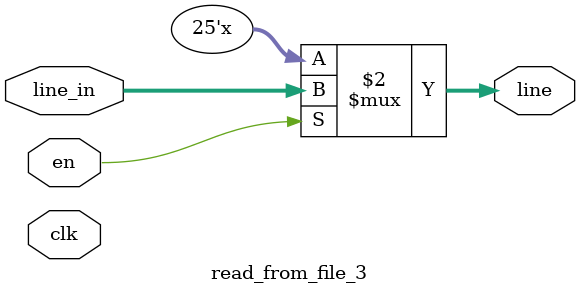
<source format=v>
module read_from_file_3 (clk, en, line_in, line);

    // input string input_file_name;
    input [24:0] line_in;
    input clk;
    input en;
    output reg [24:0] line;
	
	always@(en, clk) begin
		if (en) begin
			line <= line_in;
		end
	end

endmodule
</source>
